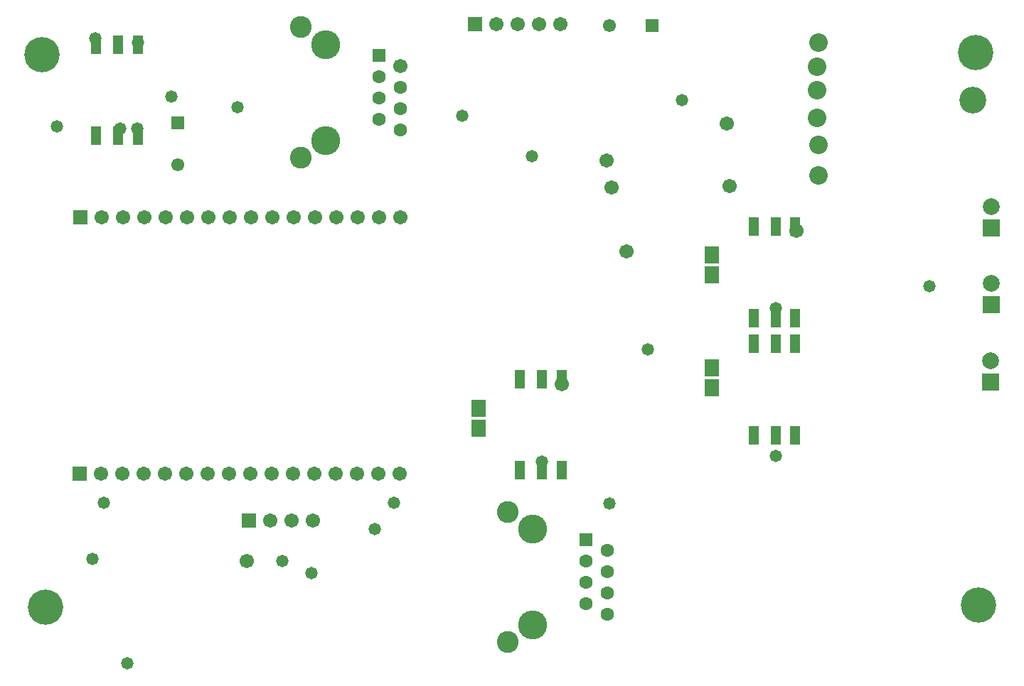
<source format=gbs>
%FSTAX23Y23*%
%MOIN*%
%SFA1B1*%

%IPPOS*%
%ADD17R,0.067055X0.078866*%
%ADD20R,0.061149X0.061149*%
%ADD21C,0.061149*%
%ADD22C,0.067055*%
%ADD23R,0.067055X0.067055*%
%ADD24R,0.063039X0.063039*%
%ADD25C,0.063039*%
%ADD26C,0.135952*%
%ADD27C,0.102488*%
%ADD28R,0.061149X0.061149*%
%ADD29R,0.078866X0.078866*%
%ADD30C,0.078866*%
%ADD31C,0.058000*%
%ADD32C,0.126110*%
%ADD33C,0.086740*%
%ADD34C,0.165480*%
%ADD56R,0.048551X0.086740*%
%LNbinbot_board-1*%
%LPD*%
G54D17*
X02171Y-01883D03*
Y-01977D03*
X03266Y-01163D03*
Y-01257D03*
Y-01693D03*
Y-01787D03*
G54D20*
X02983Y-00085D03*
G54D21*
X02786Y-00085D03*
X00761Y-00738D03*
G54D22*
X01395Y-0241D03*
X01295D03*
X01195D03*
X02255Y-0008D03*
X02355D03*
X02455D03*
X02555D03*
X01806Y-00275D03*
X01801Y-0219D03*
X01701D03*
X01601D03*
X01501D03*
X01401D03*
X01301D03*
X01201D03*
X01101D03*
X01001D03*
X00901D03*
X00801D03*
X00701D03*
X00601D03*
X00501D03*
X00401D03*
X00406Y-00985D03*
X00506D03*
X00606D03*
X00706D03*
X00806D03*
X00906D03*
X01006D03*
X01106D03*
X01206D03*
X01306D03*
X01406D03*
X01506D03*
X01606D03*
X01706D03*
X01806D03*
X01085Y-026D03*
X02561Y-01769D03*
X02865Y-01145D03*
X03335Y-00545D03*
X0366Y-0105D03*
X02795Y-00845D03*
X03347Y-0084D03*
X0277Y-0072D03*
G54D23*
X01095Y-0241D03*
X02155Y-0008D03*
X00301Y-0219D03*
X00306Y-00985D03*
G54D24*
X01706Y-00225D03*
X02676Y-025D03*
G54D25*
X01806Y-00375D03*
X01706Y-00425D03*
Y-00325D03*
X01806Y-00475D03*
X01706Y-00525D03*
X01806Y-00575D03*
X02776Y-0265D03*
X02676Y-027D03*
Y-026D03*
X02776Y-0275D03*
Y-0255D03*
X02676Y-028D03*
X02776Y-0285D03*
G54D26*
X01456Y-00175D03*
Y-00625D03*
X02426Y-0245D03*
Y-029D03*
G54D27*
X01339Y-00094D03*
Y-00705D03*
X02309Y-02369D03*
Y-0298D03*
G54D28*
X00761Y-00541D03*
G54D29*
X04576Y-01035D03*
Y-01395D03*
X04571Y-0176D03*
G54D30*
X04576Y-00935D03*
Y-01295D03*
X04571Y-0166D03*
G54D31*
X04285Y-0131D03*
X00574Y-00165D03*
X00375Y-00145D03*
X02095Y-0051D03*
X03125Y-00435D03*
X03565Y-02105D03*
X02785Y-0233D03*
X02965Y-01605D03*
X01388Y-02655D03*
X0125Y-026D03*
X00525Y-0308D03*
X00361Y-0259D03*
X00571Y-0057D03*
X0049D03*
X03563Y-01414D03*
X02468Y-02134D03*
X0242Y-007D03*
X00195Y-0056D03*
X0104Y-0047D03*
X01776Y-02325D03*
X01685Y-0245D03*
X00416Y-02325D03*
X00731Y-0042D03*
G54D32*
X04489Y-00435D03*
G54D33*
X03765Y-0079D03*
Y-00645D03*
X03759Y-0052D03*
Y-0039D03*
Y-0028D03*
X03764Y-00165D03*
G54D34*
X00125Y-00224D03*
X045Y-00214D03*
X04516Y-02805D03*
X00141Y-02815D03*
G54D56*
X0346Y-01458D03*
X03563D03*
X03656D03*
X00481Y-00175D03*
Y-00603D03*
X00574D03*
Y-00175D03*
X00378D03*
X02561Y-02173D03*
X02468D03*
X02365D03*
Y-01745D03*
X02468D03*
X02561D03*
X0346Y-0103D03*
X03563D03*
X03656D03*
Y-02008D03*
X03563D03*
X0346D03*
Y-0158D03*
X03563D03*
X03656D03*
X00378Y-00603D03*
M02*
</source>
